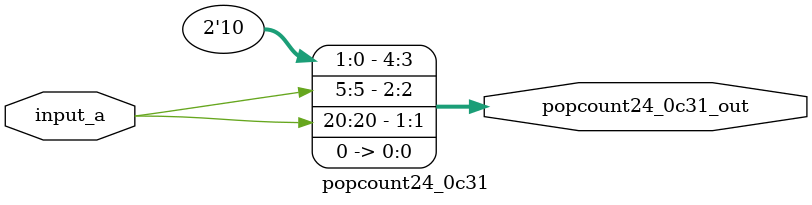
<source format=v>

module popcount24_0c31(input [23:0] input_a, output [4:0] popcount24_0c31_out);
  wire popcount24_0c31_core_027_not;
  wire popcount24_0c31_core_028;
  wire popcount24_0c31_core_030;
  wire popcount24_0c31_core_034;
  wire popcount24_0c31_core_035;
  wire popcount24_0c31_core_037;
  wire popcount24_0c31_core_038;
  wire popcount24_0c31_core_039;
  wire popcount24_0c31_core_040;
  wire popcount24_0c31_core_041;
  wire popcount24_0c31_core_042;
  wire popcount24_0c31_core_043_not;
  wire popcount24_0c31_core_044;
  wire popcount24_0c31_core_045;
  wire popcount24_0c31_core_046;
  wire popcount24_0c31_core_047;
  wire popcount24_0c31_core_048;
  wire popcount24_0c31_core_053;
  wire popcount24_0c31_core_055_not;
  wire popcount24_0c31_core_056;
  wire popcount24_0c31_core_058;
  wire popcount24_0c31_core_059_not;
  wire popcount24_0c31_core_061;
  wire popcount24_0c31_core_062;
  wire popcount24_0c31_core_065;
  wire popcount24_0c31_core_066_not;
  wire popcount24_0c31_core_068;
  wire popcount24_0c31_core_069;
  wire popcount24_0c31_core_072;
  wire popcount24_0c31_core_074;
  wire popcount24_0c31_core_076;
  wire popcount24_0c31_core_077;
  wire popcount24_0c31_core_078;
  wire popcount24_0c31_core_080;
  wire popcount24_0c31_core_081;
  wire popcount24_0c31_core_083;
  wire popcount24_0c31_core_084;
  wire popcount24_0c31_core_086;
  wire popcount24_0c31_core_087;
  wire popcount24_0c31_core_089;
  wire popcount24_0c31_core_090;
  wire popcount24_0c31_core_092;
  wire popcount24_0c31_core_093;
  wire popcount24_0c31_core_094;
  wire popcount24_0c31_core_096;
  wire popcount24_0c31_core_097;
  wire popcount24_0c31_core_099;
  wire popcount24_0c31_core_100;
  wire popcount24_0c31_core_101;
  wire popcount24_0c31_core_102;
  wire popcount24_0c31_core_106;
  wire popcount24_0c31_core_112;
  wire popcount24_0c31_core_114;
  wire popcount24_0c31_core_115;
  wire popcount24_0c31_core_116;
  wire popcount24_0c31_core_117;
  wire popcount24_0c31_core_119;
  wire popcount24_0c31_core_120;
  wire popcount24_0c31_core_121;
  wire popcount24_0c31_core_122;
  wire popcount24_0c31_core_124;
  wire popcount24_0c31_core_125;
  wire popcount24_0c31_core_126;
  wire popcount24_0c31_core_127;
  wire popcount24_0c31_core_128;
  wire popcount24_0c31_core_129_not;
  wire popcount24_0c31_core_130;
  wire popcount24_0c31_core_133;
  wire popcount24_0c31_core_134;
  wire popcount24_0c31_core_135;
  wire popcount24_0c31_core_137;
  wire popcount24_0c31_core_139;
  wire popcount24_0c31_core_140;
  wire popcount24_0c31_core_142;
  wire popcount24_0c31_core_143;
  wire popcount24_0c31_core_145;
  wire popcount24_0c31_core_146;
  wire popcount24_0c31_core_147;
  wire popcount24_0c31_core_148;
  wire popcount24_0c31_core_150;
  wire popcount24_0c31_core_151;
  wire popcount24_0c31_core_152;
  wire popcount24_0c31_core_154;
  wire popcount24_0c31_core_155;
  wire popcount24_0c31_core_158;
  wire popcount24_0c31_core_160;
  wire popcount24_0c31_core_161;
  wire popcount24_0c31_core_163;
  wire popcount24_0c31_core_166;
  wire popcount24_0c31_core_168;
  wire popcount24_0c31_core_169;
  wire popcount24_0c31_core_173;
  wire popcount24_0c31_core_175;
  wire popcount24_0c31_core_176;
  wire popcount24_0c31_core_177;

  assign popcount24_0c31_core_027_not = ~input_a[2];
  assign popcount24_0c31_core_028 = ~input_a[9];
  assign popcount24_0c31_core_030 = ~(input_a[11] & input_a[1]);
  assign popcount24_0c31_core_034 = input_a[8] ^ input_a[9];
  assign popcount24_0c31_core_035 = ~(input_a[20] ^ input_a[4]);
  assign popcount24_0c31_core_037 = ~(input_a[3] | input_a[20]);
  assign popcount24_0c31_core_038 = ~input_a[14];
  assign popcount24_0c31_core_039 = ~(input_a[4] ^ input_a[3]);
  assign popcount24_0c31_core_040 = input_a[16] ^ input_a[3];
  assign popcount24_0c31_core_041 = ~input_a[20];
  assign popcount24_0c31_core_042 = input_a[9] & input_a[7];
  assign popcount24_0c31_core_043_not = ~input_a[2];
  assign popcount24_0c31_core_044 = ~input_a[10];
  assign popcount24_0c31_core_045 = input_a[16] & input_a[15];
  assign popcount24_0c31_core_046 = input_a[0] | input_a[21];
  assign popcount24_0c31_core_047 = input_a[3] & input_a[11];
  assign popcount24_0c31_core_048 = ~(input_a[2] & input_a[16]);
  assign popcount24_0c31_core_053 = ~(input_a[14] & input_a[5]);
  assign popcount24_0c31_core_055_not = ~input_a[16];
  assign popcount24_0c31_core_056 = ~(input_a[7] ^ input_a[11]);
  assign popcount24_0c31_core_058 = ~(input_a[8] & input_a[2]);
  assign popcount24_0c31_core_059_not = ~input_a[5];
  assign popcount24_0c31_core_061 = input_a[14] ^ input_a[3];
  assign popcount24_0c31_core_062 = ~(input_a[8] ^ input_a[2]);
  assign popcount24_0c31_core_065 = ~(input_a[15] & input_a[0]);
  assign popcount24_0c31_core_066_not = ~input_a[17];
  assign popcount24_0c31_core_068 = ~(input_a[16] ^ input_a[13]);
  assign popcount24_0c31_core_069 = input_a[0] ^ input_a[7];
  assign popcount24_0c31_core_072 = ~(input_a[21] ^ input_a[14]);
  assign popcount24_0c31_core_074 = ~input_a[2];
  assign popcount24_0c31_core_076 = ~(input_a[21] | input_a[13]);
  assign popcount24_0c31_core_077 = ~(input_a[0] | input_a[5]);
  assign popcount24_0c31_core_078 = ~(input_a[15] ^ input_a[13]);
  assign popcount24_0c31_core_080 = ~(input_a[23] & input_a[12]);
  assign popcount24_0c31_core_081 = input_a[9] & input_a[3];
  assign popcount24_0c31_core_083 = ~(input_a[0] ^ input_a[20]);
  assign popcount24_0c31_core_084 = input_a[4] | input_a[13];
  assign popcount24_0c31_core_086 = input_a[11] | input_a[19];
  assign popcount24_0c31_core_087 = ~(input_a[3] | input_a[2]);
  assign popcount24_0c31_core_089 = ~(input_a[18] & input_a[7]);
  assign popcount24_0c31_core_090 = input_a[6] & input_a[7];
  assign popcount24_0c31_core_092 = ~(input_a[1] ^ input_a[19]);
  assign popcount24_0c31_core_093 = input_a[9] | input_a[21];
  assign popcount24_0c31_core_094 = ~(input_a[5] | input_a[5]);
  assign popcount24_0c31_core_096 = ~input_a[14];
  assign popcount24_0c31_core_097 = input_a[0] & input_a[1];
  assign popcount24_0c31_core_099 = input_a[11] ^ input_a[19];
  assign popcount24_0c31_core_100 = ~(input_a[17] | input_a[23]);
  assign popcount24_0c31_core_101 = input_a[6] ^ input_a[13];
  assign popcount24_0c31_core_102 = input_a[11] | input_a[23];
  assign popcount24_0c31_core_106 = ~(input_a[17] ^ input_a[13]);
  assign popcount24_0c31_core_112 = input_a[20] & input_a[9];
  assign popcount24_0c31_core_114 = ~input_a[8];
  assign popcount24_0c31_core_115 = ~input_a[7];
  assign popcount24_0c31_core_116 = ~(input_a[23] ^ input_a[8]);
  assign popcount24_0c31_core_117 = ~(input_a[7] | input_a[13]);
  assign popcount24_0c31_core_119 = input_a[8] ^ input_a[0];
  assign popcount24_0c31_core_120 = ~(input_a[15] ^ input_a[14]);
  assign popcount24_0c31_core_121 = ~input_a[1];
  assign popcount24_0c31_core_122 = ~input_a[5];
  assign popcount24_0c31_core_124 = ~(input_a[9] ^ input_a[17]);
  assign popcount24_0c31_core_125 = input_a[20] | input_a[0];
  assign popcount24_0c31_core_126 = ~(input_a[15] | input_a[4]);
  assign popcount24_0c31_core_127 = ~input_a[22];
  assign popcount24_0c31_core_128 = input_a[7] ^ input_a[0];
  assign popcount24_0c31_core_129_not = ~input_a[15];
  assign popcount24_0c31_core_130 = ~(input_a[12] | input_a[23]);
  assign popcount24_0c31_core_133 = ~(input_a[22] & input_a[7]);
  assign popcount24_0c31_core_134 = ~input_a[6];
  assign popcount24_0c31_core_135 = input_a[11] | input_a[8];
  assign popcount24_0c31_core_137 = input_a[9] ^ input_a[2];
  assign popcount24_0c31_core_139 = ~(input_a[23] & input_a[5]);
  assign popcount24_0c31_core_140 = ~(input_a[23] & input_a[3]);
  assign popcount24_0c31_core_142 = ~(input_a[19] | input_a[21]);
  assign popcount24_0c31_core_143 = ~(input_a[0] & input_a[22]);
  assign popcount24_0c31_core_145 = input_a[0] | input_a[19];
  assign popcount24_0c31_core_146 = ~(input_a[6] ^ input_a[1]);
  assign popcount24_0c31_core_147 = ~(input_a[16] & input_a[7]);
  assign popcount24_0c31_core_148 = input_a[8] & input_a[7];
  assign popcount24_0c31_core_150 = input_a[12] & input_a[7];
  assign popcount24_0c31_core_151 = input_a[11] | input_a[22];
  assign popcount24_0c31_core_152 = ~(input_a[8] | input_a[15]);
  assign popcount24_0c31_core_154 = ~(input_a[7] | input_a[3]);
  assign popcount24_0c31_core_155 = input_a[6] & input_a[14];
  assign popcount24_0c31_core_158 = ~input_a[17];
  assign popcount24_0c31_core_160 = input_a[10] & input_a[7];
  assign popcount24_0c31_core_161 = ~(input_a[6] | input_a[18]);
  assign popcount24_0c31_core_163 = input_a[17] & input_a[9];
  assign popcount24_0c31_core_166 = input_a[16] & input_a[7];
  assign popcount24_0c31_core_168 = ~(input_a[16] ^ input_a[8]);
  assign popcount24_0c31_core_169 = input_a[1] ^ input_a[21];
  assign popcount24_0c31_core_173 = input_a[21] & input_a[18];
  assign popcount24_0c31_core_175 = ~(input_a[20] ^ input_a[1]);
  assign popcount24_0c31_core_176 = ~(input_a[15] ^ input_a[1]);
  assign popcount24_0c31_core_177 = ~(input_a[13] | input_a[18]);

  assign popcount24_0c31_out[0] = 1'b0;
  assign popcount24_0c31_out[1] = input_a[20];
  assign popcount24_0c31_out[2] = input_a[5];
  assign popcount24_0c31_out[3] = 1'b0;
  assign popcount24_0c31_out[4] = 1'b1;
endmodule
</source>
